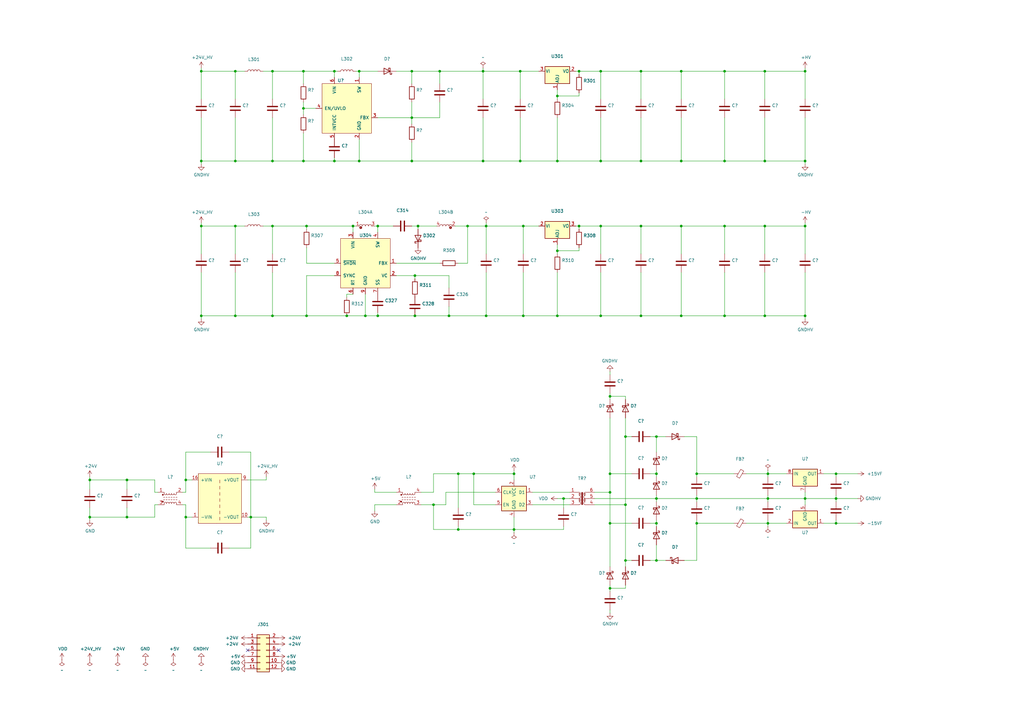
<source format=kicad_sch>
(kicad_sch (version 20211123) (generator eeschema)
  (paper "A3")
  (lib_symbols
    (symbol "Connector_Generic:Conn_02x06_Odd_Even" (pin_names (offset 1.016) hide)
      (property "Reference" "J" (at 1.27 7.62 0))
      (property "Value" "Conn_02x06_Odd_Even" (at 1.27 -10.16 0))
      (symbol "Conn_02x06_Odd_Even_1_1"
        (pin passive line (at -5.08 5.08 0) (length 3.81) (name "Pin_1") (number "1"))
        (pin passive line (at 7.62 -5.08 180) (length 3.81) (name "Pin_10") (number "10"))
        (pin passive line (at -5.08 -7.62 0) (length 3.81) (name "Pin_11") (number "11"))
        (pin passive line (at 7.62 -7.62 180) (length 3.81) (name "Pin_12") (number "12"))
        (pin passive line (at 7.62 5.08 180) (length 3.81) (name "Pin_2") (number "2"))
        (pin passive line (at -5.08 2.54 0) (length 3.81) (name "Pin_3") (number "3"))
        (pin passive line (at 7.62 2.54 180) (length 3.81) (name "Pin_4") (number "4"))
        (pin passive line (at -5.08 0 0) (length 3.81) (name "Pin_5") (number "5"))
        (pin passive line (at 7.62 0 180) (length 3.81) (name "Pin_6") (number "6"))
        (pin passive line (at -5.08 -2.54 0) (length 3.81) (name "Pin_7") (number "7"))
        (pin passive line (at 7.62 -2.54 180) (length 3.81) (name "Pin_8") (number "8"))
        (pin passive line (at -5.08 -5.08 0) (length 3.81) (name "Pin_9") (number "9"))
      )
    )
    (symbol "Device:C" (pin_numbers hide) (pin_names (offset 0.254))
      (property "Reference" "C" (at 0.635 2.54 0))
      (property "Value" "C" (at 0.635 -2.54 0))
      (symbol "C_1_1"
        (pin passive line (at 0 3.81 270) (length 2.794) (name "~") (number "1"))
        (pin passive line (at 0 -3.81 90) (length 2.794) (name "~") (number "2"))
      )
    )
    (symbol "Device:D_Schottky" (pin_numbers hide) (pin_names (offset 1.016) hide)
      (property "Reference" "D" (at 0 2.54 0))
      (property "Value" "D_Schottky" (at 0 -2.54 0))
      (symbol "D_Schottky_1_1"
        (pin passive line (at -3.81 0 0) (length 2.54) (name "K") (number "1"))
        (pin passive line (at 3.81 0 180) (length 2.54) (name "A") (number "2"))
      )
    )
    (symbol "Device:Ferrite_Bead_Small" (pin_numbers hide) (pin_names (offset 0))
      (property "Reference" "FB" (at 1.905 1.27 0))
      (property "Value" "Device_Ferrite_Bead_Small" (at 1.905 -1.27 0))
      (symbol "Ferrite_Bead_Small_1_1"
        (pin passive line (at 0 2.54 270) (length 1.27) (name "~") (number "1"))
        (pin passive line (at 0 -2.54 90) (length 1.27) (name "~") (number "2"))
      )
    )
    (symbol "Device:L" (pin_numbers hide) (pin_names (offset 1.016) hide)
      (property "Reference" "L" (at -1.27 0 90))
      (property "Value" "L" (at 1.905 0 90))
      (symbol "L_1_1"
        (pin passive line (at 0 3.81 270) (length 1.27) (name "1") (number "1"))
        (pin passive line (at 0 -3.81 90) (length 1.27) (name "2") (number "2"))
      )
    )
    (symbol "Device:L_Core_Ferrite_Coupled" (pin_names (offset 0.254) hide)
      (property "Reference" "L" (at 0 4.445 0))
      (property "Value" "Device_L_Core_Ferrite_Coupled" (at 0 -4.445 0))
      (symbol "L_Core_Ferrite_Coupled_1_1"
        (pin passive line (at -5.08 2.54 0) (length 2.54) (name "1") (number "1"))
        (pin passive line (at 5.08 2.54 180) (length 2.54) (name "2") (number "2"))
        (pin passive line (at -5.08 -2.54 0) (length 2.54) (name "3") (number "3"))
        (pin passive line (at 5.08 -2.54 180) (length 2.54) (name "4") (number "4"))
      )
    )
    (symbol "Device:L_Core_Ferrite_Coupled_1423" (pin_names (offset 0.254) hide)
      (property "Reference" "L" (at 0 4.445 0))
      (property "Value" "Device_L_Core_Ferrite_Coupled_1423" (at 0 -4.445 0))
      (symbol "L_Core_Ferrite_Coupled_1423_1_1"
        (pin passive line (at -5.08 2.54 0) (length 2.54) (name "1") (number "1"))
        (pin passive line (at -5.08 -2.54 0) (length 2.54) (name "2") (number "2"))
        (pin passive line (at 5.08 -2.54 180) (length 2.54) (name "3") (number "3"))
        (pin passive line (at 5.08 2.54 180) (length 2.54) (name "4") (number "4"))
      )
    )
    (symbol "Device:R" (pin_numbers hide) (pin_names (offset 0))
      (property "Reference" "R" (at 2.032 0 90))
      (property "Value" "R" (at 0 0 90))
      (symbol "R_1_1"
        (pin passive line (at 0 3.81 270) (length 1.27) (name "~") (number "1"))
        (pin passive line (at 0 -3.81 90) (length 1.27) (name "~") (number "2"))
      )
    )
    (symbol "Diode:MBR0530" (pin_numbers hide) (pin_names (offset 1.016) hide)
      (property "Reference" "D" (at 0 2.54 0))
      (property "Value" "MBR0530" (at 0 -2.54 0))
      (symbol "MBR0530_1_1"
        (pin passive line (at -3.81 0 0) (length 2.54) (name "K") (number "1"))
        (pin passive line (at 3.81 0 180) (length 2.54) (name "A") (number "2"))
      )
    )
    (symbol "ETH1CSMU1:+15VF" (power) (pin_names (offset 0))
      (property "Value" "+15VF" (at 0 3.556 0))
      (symbol "+15VF_1_1"
        (pin power_in line (at 0 0 90) (length 0) hide (name "+15VF") (number "1"))
      )
    )
    (symbol "ETH1CSMU1:+24V_HV" (power) (pin_names (offset 0))
      (property "Value" "+24V_HV" (at 0 3.556 0))
      (symbol "+24V_HV_1_1"
        (pin power_in line (at 0 0 90) (length 0) hide (name "+24V_HV") (number "1"))
      )
    )
    (symbol "ETH1CSMU1:+HV" (power) (pin_names (offset 0))
      (property "Value" "+HV" (at 0 3.556 0))
      (symbol "+HV_1_1"
        (pin power_in line (at 0 0 90) (length 0) hide (name "+HV") (number "1"))
      )
    )
    (symbol "ETH1CSMU1:-15VF" (power) (pin_names (offset 0))
      (property "Value" "-15VF" (at 0 3.556 0))
      (symbol "-15VF_1_1"
        (pin power_in line (at 0 0 90) (length 0) hide (name "-15VF") (number "1"))
      )
    )
    (symbol "ETH1CSMU1:-HV" (power) (pin_names (offset 0))
      (property "Value" "-HV" (at 0 3.556 0))
      (symbol "-HV_1_1"
        (pin power_in line (at 0 0 90) (length 0) hide (name "-HV") (number "1"))
      )
    )
    (symbol "ETH1CSMU1:GNDHV" (power) (pin_names (offset 0))
      (property "Value" "GNDHV" (at 0 -3.81 0))
      (symbol "GNDHV_1_1"
        (pin power_in line (at 0 0 270) (length 0) hide (name "GNDHV") (number "1"))
      )
    )
    (symbol "ETH1CSMU1:LT8330_S6" (pin_names (offset 1.016))
      (property "Reference" "U" (at 0 11.43 0))
      (property "Value" "LT8330_S6" (at 0 3.81 0))
      (symbol "LT8330_S6_1_1"
        (pin passive line (at 5.08 12.7 270) (length 2.54) (name "SW") (number "1"))
        (pin passive line (at 5.08 -12.7 90) (length 2.54) (name "GND") (number "2"))
        (pin passive line (at 12.7 -3.81 180) (length 2.54) (name "FBX") (number "3"))
        (pin passive line (at -12.7 0 0) (length 2.54) (name "EN/UVLO") (number "4"))
        (pin passive line (at -5.08 -12.7 90) (length 2.54) (name "INTVCC") (number "5"))
        (pin passive line (at -5.08 12.7 270) (length 2.54) (name "VIN") (number "6"))
      )
    )
    (symbol "ETH1CSMU1:LT8570_MS8E" (pin_names (offset 1.016))
      (property "Reference" "U" (at 0 11.43 0))
      (property "Value" "LT8570_MS8E" (at 0 3.81 0))
      (symbol "LT8570_MS8E_1_1"
        (pin input line (at 12.7 0 180) (length 2.54) (name "FBX") (number "1"))
        (pin input line (at 12.7 -5.08 180) (length 2.54) (name "VC") (number "2"))
        (pin passive line (at -5.08 12.7 270) (length 2.54) (name "VIN") (number "3"))
        (pin passive line (at 5.08 12.7 270) (length 2.54) (name "SW") (number "4"))
        (pin input line (at -12.7 0 0) (length 2.54) (name "~{SHDN}") (number "5"))
        (pin passive line (at -5.08 -12.7 90) (length 2.54) (name "RT") (number "6"))
        (pin passive line (at 5.08 -12.7 90) (length 2.54) (name "SS") (number "7"))
        (pin input line (at -12.7 -5.08 0) (length 2.54) (name "SYNC") (number "8"))
        (pin passive line (at 0 -12.7 90) (length 2.54) (name "GND") (number "9"))
      )
    )
    (symbol "ETH1CSMU1:MSD7342-124" (pin_names (offset 1.016))
      (property "Reference" "L" (at 0 5.08 0))
      (property "Value" "MSD7342-124" (at 0 2.54 0))
      (symbol "MSD7342-124_1_1"
        (pin passive line (at -3.81 0 0) (length 1.27) (name "~") (number "1"))
        (pin passive line (at 3.81 0 180) (length 1.27) (name "~") (number "3"))
      )
      (symbol "MSD7342-124_2_1"
        (pin passive line (at -3.81 0 0) (length 1.27) (name "~") (number "2"))
        (pin passive line (at 3.81 0 180) (length 1.27) (name "~") (number "4"))
      )
    )
    (symbol "ETH1CSMU1:TEL10-2415" (pin_names (offset 1.016))
      (property "Reference" "U" (at 0 13.97 0))
      (property "Value" "TEL10-2415" (at 0 11.43 0))
      (symbol "TEL10-2415_1_1"
        (pin passive line (at -11.43 -7.62 0) (length 2.54) (name "-VIN") (number "1"))
        (pin passive line (at 11.43 -7.62 180) (length 2.54) (name "-VOUT") (number "10"))
        (pin passive line (at -11.43 7.62 0) (length 2.54) (name "+VIN") (number "16"))
        (pin passive line (at 11.43 7.62 180) (length 2.54) (name "+VOUT") (number "9"))
      )
    )
    (symbol "Power_Management:SN6505BDBV"
      (property "Reference" "U" (at -5.08 6.35 0))
      (property "Value" "SN6505BDBV" (at 7.62 6.35 0))
      (symbol "SN6505BDBV_1_1"
        (pin open_collector line (at 7.62 2.54 180) (length 2.54) (name "D1") (number "1"))
        (pin power_in line (at 0 7.62 270) (length 2.54) (name "VCC") (number "2"))
        (pin open_collector line (at 7.62 -2.54 180) (length 2.54) (name "D2") (number "3"))
        (pin power_in line (at 0 -7.62 90) (length 2.54) (name "GND") (number "4"))
        (pin input line (at -7.62 -2.54 0) (length 2.54) (name "EN") (number "5"))
        (pin input line (at -7.62 2.54 0) (length 2.54) (name "CLK") (number "6"))
      )
    )
    (symbol "Regulator_Linear:L78L15_SO8" (pin_names (offset 0.254))
      (property "Reference" "U" (at -3.81 3.175 0))
      (property "Value" "L78L15_SO8" (at 0 3.175 0))
      (symbol "L78L15_SO8_1_1"
        (pin power_out line (at 7.62 0 180) (length 2.54) (name "OUT") (number "1"))
        (pin passive line (at 0 -7.62 90) (length 2.54) hide (name "GND") (number "2"))
        (pin passive line (at 0 -7.62 90) (length 2.54) hide (name "GND") (number "3"))
        (pin no_connect line (at -5.08 -2.54 0) (length 2.54) hide (name "NC") (number "4"))
        (pin no_connect line (at 5.08 -2.54 180) (length 2.54) hide (name "NC") (number "5"))
        (pin passive line (at 0 -7.62 90) (length 2.54) hide (name "GND") (number "6"))
        (pin power_in line (at 0 -7.62 90) (length 2.54) (name "GND") (number "7"))
        (pin power_in line (at -7.62 0 0) (length 2.54) (name "IN") (number "8"))
      )
    )
    (symbol "Regulator_Linear:L79L15_SO8" (pin_names (offset 0.254))
      (property "Reference" "U" (at -3.81 -3.175 0))
      (property "Value" "L79L15_SO8" (at 0 -3.175 0))
      (symbol "L79L15_SO8_1_1"
        (pin power_out line (at 7.62 0 180) (length 2.54) (name "OUT") (number "1"))
        (pin power_in line (at -7.62 0 0) (length 2.54) (name "IN") (number "2"))
        (pin passive line (at -7.62 0 0) (length 2.54) hide (name "IN") (number "3"))
        (pin no_connect line (at 7.62 2.54 180) (length 2.54) hide (name "NC") (number "4"))
        (pin power_in line (at 0 7.62 270) (length 2.54) (name "GND") (number "5"))
        (pin passive line (at -7.62 0 0) (length 2.54) hide (name "IN") (number "6"))
        (pin passive line (at -7.62 0 0) (length 2.54) hide (name "IN") (number "7"))
        (pin no_connect line (at -7.62 2.54 0) (length 2.54) hide (name "NC") (number "8"))
      )
    )
    (symbol "Regulator_Linear:LM317_TO-263" (pin_names (offset 0.254))
      (property "Reference" "U" (at -3.81 3.175 0))
      (property "Value" "LM317_TO-263" (at 0 3.175 0))
      (symbol "LM317_TO-263_1_1"
        (pin input line (at 0 -7.62 90) (length 2.54) (name "ADJ") (number "1"))
        (pin power_out line (at 7.62 0 180) (length 2.54) (name "VO") (number "2"))
        (pin power_in line (at -7.62 0 0) (length 2.54) (name "VI") (number "3"))
      )
    )
    (symbol "Regulator_Linear:LM337_TO263" (pin_names (offset 0.254))
      (property "Reference" "U" (at -3.81 -3.175 0))
      (property "Value" "LM337_TO263" (at 0 -3.175 0))
      (symbol "LM337_TO263_1_1"
        (pin input line (at 0 7.62 270) (length 2.54) (name "ADJ") (number "1"))
        (pin power_in line (at -7.62 0 0) (length 2.54) (name "VI") (number "2"))
        (pin power_out line (at 7.62 0 180) (length 2.54) (name "VO") (number "3"))
      )
    )
    (symbol "Transformer:Wuerth_750315371"
      (property "Reference" "TR" (at 0 5.08 0))
      (property "Value" "Wuerth_750315371" (at 0 -5.08 0))
      (symbol "Wuerth_750315371_1_1"
        (pin passive line (at -5.08 2.54 0) (length 2.54) (name "~") (number "1"))
        (pin passive line (at -5.08 0 0) (length 2.54) (name "~") (number "2"))
        (pin passive line (at -5.08 -2.54 0) (length 2.54) (name "~") (number "3"))
        (pin passive line (at 5.08 -2.54 180) (length 2.54) (name "~") (number "4"))
        (pin passive line (at 5.08 0 180) (length 2.54) (name "~") (number "5"))
        (pin passive line (at 5.08 2.54 180) (length 2.54) (name "~") (number "6"))
      )
    )
    (symbol "power:+24V" (power) (pin_names (offset 0))
      (property "Value" "+24V" (at 0 3.556 0))
      (symbol "+24V_1_1"
        (pin power_in line (at 0 0 90) (length 0) hide (name "+24V") (number "1"))
      )
    )
    (symbol "power:+5V" (power) (pin_names (offset 0))
      (property "Value" "+5V" (at 0 3.556 0))
      (symbol "+5V_1_1"
        (pin power_in line (at 0 0 90) (length 0) hide (name "+5V") (number "1"))
      )
    )
    (symbol "power:GND" (power) (pin_names (offset 0))
      (property "Value" "GND" (at 0 -3.81 0))
      (symbol "GND_1_1"
        (pin power_in line (at 0 0 270) (length 0) hide (name "GND") (number "1"))
      )
    )
    (symbol "power:PWR_FLAG" (power) (pin_numbers hide) (pin_names (offset 0) hide)
      (property "Value" "PWR_FLAG" (at 0 3.81 0))
      (symbol "PWR_FLAG_0_0"
        (pin power_out line (at 0 0 90) (length 0) (name "pwr") (number "1"))
      )
    )
    (symbol "power:VDD" (power) (pin_names (offset 0))
      (property "Value" "VDD" (at 0 3.81 0))
      (symbol "VDD_1_1"
        (pin power_in line (at 0 0 90) (length 0) hide (name "VDD") (number "1"))
      )
    )
  )
  (junction (at 137.16 66.04))
  (junction (at 250.19 194.31))
  (junction (at 170.18 129.54))
  (junction (at 279.4 129.54))
  (junction (at 228.6 66.04))
  (junction (at 168.91 66.04))
  (junction (at 285.75 204.47))
  (junction (at 250.19 241.3))
  (junction (at 297.18 29.21))
  (junction (at 96.52 66.04))
  (junction (at 199.39 92.71))
  (junction (at 342.9 214.63))
  (junction (at 147.32 29.21))
  (junction (at 285.75 214.63))
  (junction (at 198.12 66.04))
  (junction (at 198.12 29.21))
  (junction (at 313.69 66.04))
  (junction (at 262.89 29.21))
  (junction (at 262.89 66.04))
  (junction (at 199.39 129.54))
  (junction (at 177.8 207.01))
  (junction (at 111.76 129.54))
  (junction (at 228.6 102.87))
  (junction (at 214.63 129.54))
  (junction (at 82.55 66.04))
  (junction (at 82.55 29.21))
  (junction (at 76.2 196.85))
  (junction (at 111.76 92.71))
  (junction (at 214.63 92.71))
  (junction (at 279.4 92.71))
  (junction (at 330.2 204.47))
  (junction (at 250.19 162.56))
  (junction (at 210.82 217.17))
  (junction (at 314.96 214.63))
  (junction (at 313.69 29.21))
  (junction (at 330.2 29.21))
  (junction (at 149.86 129.54))
  (junction (at 154.94 129.54))
  (junction (at 111.76 66.04))
  (junction (at 237.49 92.71))
  (junction (at 144.78 92.71))
  (junction (at 269.24 214.63))
  (junction (at 52.07 196.85))
  (junction (at 330.2 66.04))
  (junction (at 187.96 194.31))
  (junction (at 213.36 66.04))
  (junction (at 256.54 207.01))
  (junction (at 168.91 29.21))
  (junction (at 187.96 217.17))
  (junction (at 52.07 212.09))
  (junction (at 76.2 212.09))
  (junction (at 96.52 29.21))
  (junction (at 102.87 212.09))
  (junction (at 96.52 129.54))
  (junction (at 250.19 201.93))
  (junction (at 269.24 179.07))
  (junction (at 180.34 29.21))
  (junction (at 191.77 92.71))
  (junction (at 297.18 92.71))
  (junction (at 231.14 204.47))
  (junction (at 246.38 66.04))
  (junction (at 82.55 129.54))
  (junction (at 213.36 29.21))
  (junction (at 137.16 29.21))
  (junction (at 125.73 129.54))
  (junction (at 246.38 129.54))
  (junction (at 313.69 129.54))
  (junction (at 246.38 92.71))
  (junction (at 285.75 194.31))
  (junction (at 262.89 92.71))
  (junction (at 36.83 196.85))
  (junction (at 111.76 29.21))
  (junction (at 269.24 229.87))
  (junction (at 279.4 66.04))
  (junction (at 36.83 212.09))
  (junction (at 256.54 179.07))
  (junction (at 168.91 48.26))
  (junction (at 246.38 29.21))
  (junction (at 228.6 129.54))
  (junction (at 314.96 194.31))
  (junction (at 124.46 66.04))
  (junction (at 269.24 194.31))
  (junction (at 125.73 92.71))
  (junction (at 297.18 66.04))
  (junction (at 330.2 129.54))
  (junction (at 228.6 39.37))
  (junction (at 262.89 129.54))
  (junction (at 210.82 194.31))
  (junction (at 279.4 29.21))
  (junction (at 184.15 129.54))
  (junction (at 147.32 66.04))
  (junction (at 250.19 214.63))
  (junction (at 342.9 204.47))
  (junction (at 314.96 204.47))
  (junction (at 142.24 129.54))
  (junction (at 330.2 92.71))
  (junction (at 297.18 129.54))
  (junction (at 342.9 194.31))
  (junction (at 313.69 92.71))
  (junction (at 171.45 92.71))
  (junction (at 154.94 92.71))
  (junction (at 96.52 92.71))
  (junction (at 237.49 29.21))
  (junction (at 82.55 92.71))
  (junction (at 194.31 194.31))
  (junction (at 124.46 29.21))
  (junction (at 256.54 229.87))
  (junction (at 269.24 204.47))
  (junction (at 124.46 44.45))
  (junction (at 170.18 113.03))
  (no_connect (at 114.3 266.7))
  (no_connect (at 101.6 266.7))
  (wire (pts (xy 198.12 66.04) (xy 198.12 48.26)))
  (wire (pts (xy 109.22 212.09) (xy 109.22 213.36)))
  (wire (pts (xy 330.2 129.54) (xy 313.69 129.54)))
  (wire (pts (xy 314.96 194.31) (xy 322.58 194.31)))
  (wire (pts (xy 82.55 92.71) (xy 82.55 104.14)))
  (wire (pts (xy 93.98 224.79) (xy 102.87 224.79)))
  (wire (pts (xy 64.77 207.01) (xy 63.5 207.01)))
  (wire (pts (xy 228.6 39.37) (xy 228.6 40.64)))
  (wire (pts (xy 330.2 27.94) (xy 330.2 29.21)))
  (wire (pts (xy 177.8 207.01) (xy 182.88 207.01)))
  (wire (pts (xy 170.18 114.3) (xy 170.18 113.03)))
  (wire (pts (xy 243.84 201.93) (xy 250.19 201.93)))
  (wire (pts (xy 124.46 29.21) (xy 124.46 34.29)))
  (wire (pts (xy 314.96 204.47) (xy 330.2 204.47)))
  (wire (pts (xy 86.36 224.79) (xy 76.2 224.79)))
  (wire (pts (xy 102.87 212.09) (xy 109.22 212.09)))
  (wire (pts (xy 177.8 194.31) (xy 187.96 194.31)))
  (wire (pts (xy 314.96 193.04) (xy 314.96 194.31)))
  (wire (pts (xy 199.39 104.14) (xy 199.39 92.71)))
  (wire (pts (xy 107.95 92.71) (xy 111.76 92.71)))
  (wire (pts (xy 250.19 242.57) (xy 250.19 241.3)))
  (wire (pts (xy 297.18 66.04) (xy 313.69 66.04)))
  (wire (pts (xy 36.83 195.58) (xy 36.83 196.85)))
  (wire (pts (xy 125.73 101.6) (xy 125.73 107.95)))
  (wire (pts (xy 111.76 129.54) (xy 125.73 129.54)))
  (wire (pts (xy 213.36 29.21) (xy 220.98 29.21)))
  (wire (pts (xy 269.24 204.47) (xy 269.24 203.2)))
  (wire (pts (xy 337.82 214.63) (xy 342.9 214.63)))
  (wire (pts (xy 250.19 214.63) (xy 250.19 201.93)))
  (wire (pts (xy 82.55 27.94) (xy 82.55 29.21)))
  (wire (pts (xy 285.75 203.2) (xy 285.75 204.47)))
  (wire (pts (xy 285.75 204.47) (xy 314.96 204.47)))
  (wire (pts (xy 285.75 204.47) (xy 285.75 205.74)))
  (wire (pts (xy 269.24 229.87) (xy 269.24 223.52)))
  (wire (pts (xy 273.05 179.07) (xy 269.24 179.07)))
  (wire (pts (xy 82.55 66.04) (xy 96.52 66.04)))
  (wire (pts (xy 228.6 48.26) (xy 228.6 66.04)))
  (wire (pts (xy 210.82 212.09) (xy 210.82 217.17)))
  (wire (pts (xy 256.54 162.56) (xy 250.19 162.56)))
  (wire (pts (xy 138.43 29.21) (xy 137.16 29.21)))
  (wire (pts (xy 279.4 104.14) (xy 279.4 92.71)))
  (wire (pts (xy 313.69 29.21) (xy 297.18 29.21)))
  (wire (pts (xy 147.32 66.04) (xy 168.91 66.04)))
  (wire (pts (xy 162.56 29.21) (xy 168.91 29.21)))
  (wire (pts (xy 246.38 104.14) (xy 246.38 92.71)))
  (wire (pts (xy 256.54 179.07) (xy 256.54 171.45)))
  (wire (pts (xy 168.91 66.04) (xy 198.12 66.04)))
  (wire (pts (xy 199.39 92.71) (xy 191.77 92.71)))
  (wire (pts (xy 246.38 129.54) (xy 262.89 129.54)))
  (wire (pts (xy 256.54 207.01) (xy 256.54 229.87)))
  (wire (pts (xy 262.89 104.14) (xy 262.89 92.71)))
  (wire (pts (xy 269.24 179.07) (xy 269.24 185.42)))
  (wire (pts (xy 306.07 194.31) (xy 314.96 194.31)))
  (wire (pts (xy 314.96 215.9) (xy 314.96 214.63)))
  (wire (pts (xy 262.89 40.64) (xy 262.89 29.21)))
  (wire (pts (xy 171.45 93.98) (xy 171.45 92.71)))
  (wire (pts (xy 228.6 111.76) (xy 228.6 129.54)))
  (wire (pts (xy 182.88 207.01) (xy 182.88 201.93)))
  (wire (pts (xy 297.18 29.21) (xy 279.4 29.21)))
  (wire (pts (xy 187.96 194.31) (xy 187.96 208.28)))
  (wire (pts (xy 259.08 214.63) (xy 250.19 214.63)))
  (wire (pts (xy 237.49 38.1) (xy 237.49 39.37)))
  (wire (pts (xy 153.67 201.93) (xy 153.67 200.66)))
  (wire (pts (xy 237.49 102.87) (xy 228.6 102.87)))
  (wire (pts (xy 129.54 44.45) (xy 124.46 44.45)))
  (wire (pts (xy 198.12 66.04) (xy 213.36 66.04)))
  (wire (pts (xy 82.55 111.76) (xy 82.55 129.54)))
  (wire (pts (xy 111.76 66.04) (xy 124.46 66.04)))
  (wire (pts (xy 64.77 201.93) (xy 63.5 201.93)))
  (wire (pts (xy 147.32 29.21) (xy 154.94 29.21)))
  (wire (pts (xy 322.58 214.63) (xy 314.96 214.63)))
  (wire (pts (xy 111.76 48.26) (xy 111.76 66.04)))
  (wire (pts (xy 180.34 48.26) (xy 168.91 48.26)))
  (wire (pts (xy 250.19 152.4) (xy 250.19 153.67)))
  (wire (pts (xy 330.2 66.04) (xy 330.2 48.26)))
  (wire (pts (xy 256.54 229.87) (xy 259.08 229.87)))
  (wire (pts (xy 36.83 212.09) (xy 36.83 208.28)))
  (wire (pts (xy 228.6 102.87) (xy 228.6 104.14)))
  (wire (pts (xy 168.91 48.26) (xy 168.91 41.91)))
  (wire (pts (xy 218.44 207.01) (xy 233.68 207.01)))
  (wire (pts (xy 96.52 29.21) (xy 100.33 29.21)))
  (wire (pts (xy 52.07 200.66) (xy 52.07 196.85)))
  (wire (pts (xy 210.82 194.31) (xy 210.82 196.85)))
  (wire (pts (xy 111.76 111.76) (xy 111.76 129.54)))
  (wire (pts (xy 285.75 229.87) (xy 285.75 214.63)))
  (wire (pts (xy 198.12 40.64) (xy 198.12 29.21)))
  (wire (pts (xy 313.69 129.54) (xy 297.18 129.54)))
  (wire (pts (xy 82.55 48.26) (xy 82.55 66.04)))
  (wire (pts (xy 125.73 113.03) (xy 125.73 129.54)))
  (wire (pts (xy 330.2 201.93) (xy 330.2 204.47)))
  (wire (pts (xy 246.38 40.64) (xy 246.38 29.21)))
  (wire (pts (xy 285.75 194.31) (xy 300.99 194.31)))
  (wire (pts (xy 172.72 201.93) (xy 177.8 201.93)))
  (wire (pts (xy 237.49 30.48) (xy 237.49 29.21)))
  (wire (pts (xy 262.89 66.04) (xy 279.4 66.04)))
  (wire (pts (xy 314.96 205.74) (xy 314.96 204.47)))
  (wire (pts (xy 172.72 207.01) (xy 177.8 207.01)))
  (wire (pts (xy 266.7 179.07) (xy 269.24 179.07)))
  (wire (pts (xy 269.24 213.36) (xy 269.24 214.63)))
  (wire (pts (xy 144.78 92.71) (xy 125.73 92.71)))
  (wire (pts (xy 279.4 40.64) (xy 279.4 29.21)))
  (wire (pts (xy 187.96 217.17) (xy 210.82 217.17)))
  (wire (pts (xy 228.6 100.33) (xy 228.6 102.87)))
  (wire (pts (xy 280.67 229.87) (xy 285.75 229.87)))
  (wire (pts (xy 198.12 29.21) (xy 213.36 29.21)))
  (wire (pts (xy 82.55 92.71) (xy 96.52 92.71)))
  (wire (pts (xy 269.24 205.74) (xy 269.24 204.47)))
  (wire (pts (xy 154.94 48.26) (xy 168.91 48.26)))
  (wire (pts (xy 146.05 92.71) (xy 144.78 92.71)))
  (wire (pts (xy 147.32 57.15) (xy 147.32 66.04)))
  (wire (pts (xy 36.83 196.85) (xy 36.83 200.66)))
  (wire (pts (xy 330.2 204.47) (xy 342.9 204.47)))
  (wire (pts (xy 233.68 201.93) (xy 218.44 201.93)))
  (wire (pts (xy 76.2 185.42) (xy 76.2 196.85)))
  (wire (pts (xy 111.76 92.71) (xy 125.73 92.71)))
  (wire (pts (xy 285.75 213.36) (xy 285.75 214.63)))
  (wire (pts (xy 213.36 40.64) (xy 213.36 29.21)))
  (wire (pts (xy 279.4 129.54) (xy 262.89 129.54)))
  (wire (pts (xy 228.6 204.47) (xy 231.14 204.47)))
  (wire (pts (xy 314.96 203.2) (xy 314.96 204.47)))
  (wire (pts (xy 109.22 195.58) (xy 109.22 196.85)))
  (wire (pts (xy 213.36 66.04) (xy 228.6 66.04)))
  (wire (pts (xy 199.39 91.44) (xy 199.39 92.71)))
  (wire (pts (xy 279.4 92.71) (xy 297.18 92.71)))
  (wire (pts (xy 330.2 104.14) (xy 330.2 92.71)))
  (wire (pts (xy 231.14 204.47) (xy 233.68 204.47)))
  (wire (pts (xy 63.5 207.01) (xy 63.5 212.09)))
  (wire (pts (xy 210.82 218.44) (xy 210.82 217.17)))
  (wire (pts (xy 256.54 207.01) (xy 256.54 179.07)))
  (wire (pts (xy 52.07 196.85) (xy 36.83 196.85)))
  (wire (pts (xy 102.87 212.09) (xy 101.6 212.09)))
  (wire (pts (xy 124.46 66.04) (xy 137.16 66.04)))
  (wire (pts (xy 266.7 229.87) (xy 269.24 229.87)))
  (wire (pts (xy 184.15 129.54) (xy 184.15 125.73)))
  (wire (pts (xy 180.34 41.91) (xy 180.34 48.26)))
  (wire (pts (xy 342.9 214.63) (xy 342.9 213.36)))
  (wire (pts (xy 82.55 130.81) (xy 82.55 129.54)))
  (wire (pts (xy 330.2 130.81) (xy 330.2 129.54)))
  (wire (pts (xy 154.94 92.71) (xy 153.67 92.71)))
  (wire (pts (xy 124.46 29.21) (xy 137.16 29.21)))
  (wire (pts (xy 137.16 66.04) (xy 147.32 66.04)))
  (wire (pts (xy 237.49 101.6) (xy 237.49 102.87)))
  (wire (pts (xy 269.24 195.58) (xy 269.24 194.31)))
  (wire (pts (xy 262.89 129.54) (xy 262.89 111.76)))
  (wire (pts (xy 237.49 92.71) (xy 246.38 92.71)))
  (wire (pts (xy 124.46 44.45) (xy 124.46 46.99)))
  (wire (pts (xy 82.55 67.31) (xy 82.55 66.04)))
  (wire (pts (xy 297.18 104.14) (xy 297.18 92.71)))
  (wire (pts (xy 102.87 185.42) (xy 102.87 212.09)))
  (wire (pts (xy 142.24 120.65) (xy 144.78 120.65)))
  (wire (pts (xy 330.2 40.64) (xy 330.2 29.21)))
  (wire (pts (xy 187.96 107.95) (xy 191.77 107.95)))
  (wire (pts (xy 313.69 66.04) (xy 330.2 66.04)))
  (wire (pts (xy 243.84 204.47) (xy 269.24 204.47)))
  (wire (pts (xy 262.89 92.71) (xy 279.4 92.71)))
  (wire (pts (xy 76.2 212.09) (xy 78.74 212.09)))
  (wire (pts (xy 273.05 229.87) (xy 269.24 229.87)))
  (wire (pts (xy 76.2 196.85) (xy 78.74 196.85)))
  (wire (pts (xy 330.2 129.54) (xy 330.2 111.76)))
  (wire (pts (xy 269.24 194.31) (xy 269.24 193.04)))
  (wire (pts (xy 246.38 48.26) (xy 246.38 66.04)))
  (wire (pts (xy 297.18 129.54) (xy 297.18 111.76)))
  (wire (pts (xy 96.52 129.54) (xy 96.52 111.76)))
  (wire (pts (xy 179.07 92.71) (xy 171.45 92.71)))
  (wire (pts (xy 214.63 92.71) (xy 220.98 92.71)))
  (wire (pts (xy 96.52 104.14) (xy 96.52 92.71)))
  (wire (pts (xy 199.39 129.54) (xy 199.39 111.76)))
  (wire (pts (xy 147.32 31.75) (xy 147.32 29.21)))
  (wire (pts (xy 144.78 95.25) (xy 144.78 92.71)))
  (wire (pts (xy 330.2 91.44) (xy 330.2 92.71)))
  (wire (pts (xy 182.88 201.93) (xy 203.2 201.93)))
  (wire (pts (xy 250.19 232.41) (xy 250.19 214.63)))
  (wire (pts (xy 102.87 224.79) (xy 102.87 212.09)))
  (wire (pts (xy 96.52 66.04) (xy 96.52 48.26)))
  (wire (pts (xy 250.19 251.46) (xy 250.19 250.19)))
  (wire (pts (xy 96.52 129.54) (xy 111.76 129.54)))
  (wire (pts (xy 171.45 92.71) (xy 168.91 92.71)))
  (wire (pts (xy 279.4 66.04) (xy 279.4 48.26)))
  (wire (pts (xy 63.5 212.09) (xy 52.07 212.09)))
  (wire (pts (xy 214.63 129.54) (xy 228.6 129.54)))
  (wire (pts (xy 262.89 66.04) (xy 262.89 48.26)))
  (wire (pts (xy 285.75 204.47) (xy 269.24 204.47)))
  (wire (pts (xy 256.54 179.07) (xy 259.08 179.07)))
  (wire (pts (xy 297.18 129.54) (xy 279.4 129.54)))
  (wire (pts (xy 256.54 241.3) (xy 256.54 240.03)))
  (wire (pts (xy 107.95 29.21) (xy 111.76 29.21)))
  (wire (pts (xy 154.94 128.27) (xy 154.94 129.54)))
  (wire (pts (xy 184.15 129.54) (xy 199.39 129.54)))
  (wire (pts (xy 142.24 121.92) (xy 142.24 120.65)))
  (wire (pts (xy 76.2 207.01) (xy 76.2 212.09)))
  (wire (pts (xy 177.8 201.93) (xy 177.8 194.31)))
  (wire (pts (xy 153.67 209.55) (xy 153.67 207.01)))
  (wire (pts (xy 250.19 161.29) (xy 250.19 162.56)))
  (wire (pts (xy 231.14 208.28) (xy 231.14 204.47)))
  (wire (pts (xy 168.91 66.04) (xy 168.91 58.42)))
  (wire (pts (xy 180.34 34.29) (xy 180.34 29.21)))
  (wire (pts (xy 125.73 129.54) (xy 142.24 129.54)))
  (wire (pts (xy 187.96 215.9) (xy 187.96 217.17)))
  (wire (pts (xy 111.76 29.21) (xy 124.46 29.21)))
  (wire (pts (xy 250.19 241.3) (xy 256.54 241.3)))
  (wire (pts (xy 101.6 196.85) (xy 109.22 196.85)))
  (wire (pts (xy 237.49 39.37) (xy 228.6 39.37)))
  (wire (pts (xy 285.75 195.58) (xy 285.75 194.31)))
  (wire (pts (xy 76.2 224.79) (xy 76.2 212.09)))
  (wire (pts (xy 237.49 29.21) (xy 236.22 29.21)))
  (wire (pts (xy 184.15 118.11) (xy 184.15 113.03)))
  (wire (pts (xy 96.52 92.71) (xy 100.33 92.71)))
  (wire (pts (xy 237.49 93.98) (xy 237.49 92.71)))
  (wire (pts (xy 297.18 40.64) (xy 297.18 29.21)))
  (wire (pts (xy 250.19 194.31) (xy 250.19 171.45)))
  (wire (pts (xy 82.55 29.21) (xy 96.52 29.21)))
  (wire (pts (xy 168.91 34.29) (xy 168.91 29.21)))
  (wire (pts (xy 137.16 31.75) (xy 137.16 29.21)))
  (wire (pts (xy 342.9 205.74) (xy 342.9 204.47)))
  (wire (pts (xy 285.75 179.07) (xy 285.75 194.31)))
  (wire (pts (xy 203.2 207.01) (xy 194.31 207.01)))
  (wire (pts (xy 250.19 240.03) (xy 250.19 241.3)))
  (wire (pts (xy 187.96 194.31) (xy 194.31 194.31)))
  (wire (pts (xy 76.2 201.93) (xy 76.2 196.85)))
  (wire (pts (xy 246.38 92.71) (xy 262.89 92.71)))
  (wire (pts (xy 198.12 27.94) (xy 198.12 29.21)))
  (wire (pts (xy 63.5 201.93) (xy 63.5 196.85)))
  (wire (pts (xy 154.94 129.54) (xy 170.18 129.54)))
  (wire (pts (xy 250.19 201.93) (xy 250.19 194.31)))
  (wire (pts (xy 168.91 29.21) (xy 180.34 29.21)))
  (wire (pts (xy 297.18 66.04) (xy 297.18 48.26)))
  (wire (pts (xy 177.8 207.01) (xy 177.8 217.17)))
  (wire (pts (xy 74.93 207.01) (xy 76.2 207.01)))
  (wire (pts (xy 194.31 194.31) (xy 210.82 194.31)))
  (wire (pts (xy 86.36 185.42) (xy 76.2 185.42)))
  (wire (pts (xy 82.55 129.54) (xy 96.52 129.54)))
  (wire (pts (xy 153.67 201.93) (xy 162.56 201.93)))
  (wire (pts (xy 162.56 113.03) (xy 170.18 113.03)))
  (wire (pts (xy 111.76 29.21) (xy 111.76 40.64)))
  (wire (pts (xy 351.79 194.31) (xy 342.9 194.31)))
  (wire (pts (xy 342.9 194.31) (xy 337.82 194.31)))
  (wire (pts (xy 246.38 111.76) (xy 246.38 129.54)))
  (wire (pts (xy 266.7 194.31) (xy 269.24 194.31)))
  (wire (pts (xy 147.32 29.21) (xy 146.05 29.21)))
  (wire (pts (xy 96.52 40.64) (xy 96.52 29.21)))
  (wire (pts (xy 342.9 195.58) (xy 342.9 194.31)))
  (wire (pts (xy 228.6 36.83) (xy 228.6 39.37)))
  (wire (pts (xy 191.77 107.95) (xy 191.77 92.71)))
  (wire (pts (xy 330.2 207.01) (xy 330.2 204.47)))
  (wire (pts (xy 250.19 194.31) (xy 259.08 194.31)))
  (wire (pts (xy 228.6 129.54) (xy 246.38 129.54)))
  (wire (pts (xy 256.54 163.83) (xy 256.54 162.56)))
  (wire (pts (xy 199.39 129.54) (xy 214.63 129.54)))
  (wire (pts (xy 149.86 129.54) (xy 154.94 129.54)))
  (wire (pts (xy 63.5 196.85) (xy 52.07 196.85)))
  (wire (pts (xy 314.96 214.63) (xy 314.96 213.36)))
  (wire (pts (xy 210.82 217.17) (xy 231.14 217.17)))
  (wire (pts (xy 313.69 66.04) (xy 313.69 48.26)))
  (wire (pts (xy 154.94 95.25) (xy 154.94 92.71)))
  (wire (pts (xy 297.18 92.71) (xy 313.69 92.71)))
  (wire (pts (xy 246.38 66.04) (xy 262.89 66.04)))
  (wire (pts (xy 199.39 92.71) (xy 214.63 92.71)))
  (wire (pts (xy 124.46 41.91) (xy 124.46 44.45)))
  (wire (pts (xy 237.49 29.21) (xy 246.38 29.21)))
  (wire (pts (xy 351.79 204.47) (xy 342.9 204.47)))
  (wire (pts (xy 214.63 129.54) (xy 214.63 111.76)))
  (wire (pts (xy 191.77 92.71) (xy 186.69 92.71)))
  (wire (pts (xy 231.14 217.17) (xy 231.14 215.9)))
  (wire (pts (xy 125.73 107.95) (xy 137.16 107.95)))
  (wire (pts (xy 124.46 54.61) (xy 124.46 66.04)))
  (wire (pts (xy 125.73 92.71) (xy 125.73 93.98)))
  (wire (pts (xy 96.52 66.04) (xy 111.76 66.04)))
  (wire (pts (xy 246.38 29.21) (xy 262.89 29.21)))
  (wire (pts (xy 330.2 29.21) (xy 313.69 29.21)))
  (wire (pts (xy 210.82 193.04) (xy 210.82 194.31)))
  (wire (pts (xy 177.8 217.17) (xy 187.96 217.17)))
  (wire (pts (xy 153.67 207.01) (xy 162.56 207.01)))
  (wire (pts (xy 82.55 29.21) (xy 82.55 40.64)))
  (wire (pts (xy 52.07 212.09) (xy 36.83 212.09)))
  (wire (pts (xy 111.76 92.71) (xy 111.76 104.14)))
  (wire (pts (xy 214.63 104.14) (xy 214.63 92.71)))
  (wire (pts (xy 168.91 50.8) (xy 168.91 48.26)))
  (wire (pts (xy 243.84 207.01) (xy 256.54 207.01)))
  (wire (pts (xy 36.83 213.36) (xy 36.83 212.09)))
  (wire (pts (xy 149.86 120.65) (xy 149.86 129.54)))
  (wire (pts (xy 269.24 214.63) (xy 266.7 214.63)))
  (wire (pts (xy 351.79 214.63) (xy 342.9 214.63)))
  (wire (pts (xy 279.4 129.54) (xy 279.4 111.76)))
  (wire (pts (xy 161.29 92.71) (xy 154.94 92.71)))
  (wire (pts (xy 142.24 129.54) (xy 149.86 129.54)))
  (wire (pts (xy 213.36 66.04) (xy 213.36 48.26)))
  (wire (pts (xy 180.34 107.95) (xy 162.56 107.95)))
  (wire (pts (xy 256.54 232.41) (xy 256.54 229.87)))
  (wire (pts (xy 170.18 113.03) (xy 184.15 113.03)))
  (wire (pts (xy 313.69 129.54) (xy 313.69 111.76)))
  (wire (pts (xy 269.24 214.63) (xy 269.24 215.9)))
  (wire (pts (xy 313.69 104.14) (xy 313.69 92.71)))
  (wire (pts (xy 279.4 66.04) (xy 297.18 66.04)))
  (wire (pts (xy 250.19 162.56) (xy 250.19 163.83)))
  (wire (pts (xy 313.69 92.71) (xy 330.2 92.71)))
  (wire (pts (xy 280.67 179.07) (xy 285.75 179.07)))
  (wire (pts (xy 279.4 29.21) (xy 262.89 29.21)))
  (wire (pts (xy 137.16 66.04) (xy 137.16 64.77)))
  (wire (pts (xy 285.75 214.63) (xy 300.99 214.63)))
  (wire (pts (xy 313.69 40.64) (xy 313.69 29.21)))
  (wire (pts (xy 180.34 29.21) (xy 198.12 29.21)))
  (wire (pts (xy 137.16 113.03) (xy 125.73 113.03)))
  (wire (pts (xy 194.31 207.01) (xy 194.31 194.31)))
  (wire (pts (xy 93.98 185.42) (xy 102.87 185.42)))
  (wire (pts (xy 342.9 204.47) (xy 342.9 203.2)))
  (wire (pts (xy 74.93 201.93) (xy 76.2 201.93)))
  (wire (pts (xy 170.18 129.54) (xy 184.15 129.54)))
  (wire (pts (xy 236.22 92.71) (xy 237.49 92.71)))
  (wire (pts (xy 330.2 67.31) (xy 330.2 66.04)))
  (wire (pts (xy 52.07 208.28) (xy 52.07 212.09)))
  (wire (pts (xy 306.07 214.63) (xy 314.96 214.63)))
  (wire (pts (xy 82.55 91.44) (xy 82.55 92.71)))
  (wire (pts (xy 314.96 195.58) (xy 314.96 194.31)))
  (wire (pts (xy 228.6 66.04) (xy 246.38 66.04)))
  (symbol (lib_id "Power_Management:SN6505BDBV") (at 210.82 204.47 0) (unit 1)
    (property "Reference" "U?" (at 218.44 195.58 0))
    (property "Datasheet" "http://www.ti.com/lit/ds/symlink/sn6505b.pdf" (effects hide))
  )
  (symbol (lib_id "Transformer:Wuerth_750315371") (at 238.76 204.47 0) (unit 1)
    (property "Reference" "TR?" (at 238.76 196.215 0))
    (property "Datasheet" "https://www.we-online.com/catalog/datasheet/750315371.pdf" (effects hide))
  )
  (symbol (lib_id "power:+5V") (at 153.67 200.66 0) (unit 1)
    (property "Reference" "#PWR?" (effects hide))
  )
  (symbol (lib_id "Device:C") (at 187.96 212.09 0) (unit 1)
    (property "Reference" "C?" (at 190.881 210.9216 0) (effects (justify left)))
  )
  (symbol (lib_id "Device:C") (at 231.14 212.09 0) (unit 1)
    (property "Reference" "C?" (at 234.061 210.9216 0) (effects (justify left)))
  )
  (symbol (lib_id "Regulator_Linear:L78L15_SO8") (at 330.2 194.31 0) (unit 1)
    (property "Reference" "U?" (at 330.2 188.1632 0))
    (property "Datasheet" "http://www.st.com/content/ccc/resource/technical/document/datasheet/15/55/e5/aa/23/5b/43/fd/CD00000446.pdf/files/CD00000446.pdf/jcr:content/translations/en.CD00000446.pdf" (effects hide))
  )
  (symbol (lib_id "Regulator_Linear:L79L15_SO8") (at 330.2 214.63 0) (unit 1)
    (property "Reference" "U?" (at 330.2 218.4146 0))
    (property "Datasheet" "http://www.farnell.com/datasheets/1827870.pdf" (effects hide))
  )
  (symbol (lib_id "Device:C") (at 342.9 199.39 0) (unit 1)
    (property "Reference" "C?" (at 345.821 198.2216 0) (effects (justify left)))
  )
  (symbol (lib_id "Device:C") (at 314.96 199.39 0) (unit 1)
    (property "Reference" "C?" (at 317.881 198.2216 0) (effects (justify left)))
  )
  (symbol (lib_id "Device:C") (at 342.9 209.55 0) (unit 1)
    (property "Reference" "C?" (at 345.821 208.3816 0) (effects (justify left)))
  )
  (symbol (lib_id "Device:C") (at 314.96 209.55 0) (unit 1)
    (property "Reference" "C?" (at 317.881 208.3816 0) (effects (justify left)))
  )
  (symbol (lib_id "Device:Ferrite_Bead_Small") (at 303.53 194.31 270) (unit 1)
    (property "Reference" "FB?" (at 303.53 188.2902 90))
  )
  (symbol (lib_id "Device:Ferrite_Bead_Small") (at 303.53 214.63 270) (unit 1)
    (property "Reference" "FB?" (at 303.53 208.6102 90))
  )
  (symbol (lib_id "Device:C") (at 285.75 199.39 0) (unit 1)
    (property "Reference" "C?" (at 288.671 198.2216 0) (effects (justify left)))
  )
  (symbol (lib_id "Device:C") (at 285.75 209.55 0) (unit 1)
    (property "Reference" "C?" (at 288.671 208.3816 0) (effects (justify left)))
  )
  (symbol (lib_id "Diode:MBR0530") (at 269.24 199.39 270) (unit 1)
    (property "Reference" "D?" (at 271.272 198.2216 90) (effects (justify left)))
    (property "Datasheet" "http://www.mccsemi.com/up_pdf/MBR0520~MBR0580(SOD123).pdf" (effects hide))
  )
  (symbol (lib_id "Diode:MBR0530") (at 269.24 209.55 270) (unit 1)
    (property "Reference" "D?" (at 271.272 208.3816 90) (effects (justify left)))
    (property "Datasheet" "http://www.mccsemi.com/up_pdf/MBR0520~MBR0580(SOD123).pdf" (effects hide))
  )
  (symbol (lib_id "Diode:MBR0530") (at 276.86 179.07 180) (unit 1)
    (property "Reference" "D?" (at 276.86 173.5582 0))
    (property "Datasheet" "http://www.mccsemi.com/up_pdf/MBR0520~MBR0580(SOD123).pdf" (effects hide))
  )
  (symbol (lib_id "Diode:MBR0530") (at 269.24 189.23 270) (unit 1)
    (property "Reference" "D?" (at 271.272 188.0616 90) (effects (justify left)))
    (property "Datasheet" "http://www.mccsemi.com/up_pdf/MBR0520~MBR0580(SOD123).pdf" (effects hide))
  )
  (symbol (lib_id "Diode:MBR0530") (at 269.24 219.71 270) (unit 1)
    (property "Reference" "D?" (at 271.272 218.5416 90) (effects (justify left)))
    (property "Datasheet" "http://www.mccsemi.com/up_pdf/MBR0520~MBR0580(SOD123).pdf" (effects hide))
  )
  (symbol (lib_id "Diode:MBR0530") (at 276.86 229.87 0) (unit 1)
    (property "Reference" "D?" (at 276.86 224.3582 0))
    (property "Datasheet" "http://www.mccsemi.com/up_pdf/MBR0520~MBR0580(SOD123).pdf" (effects hide))
  )
  (symbol (lib_id "Device:C") (at 262.89 194.31 270) (unit 1)
    (property "Reference" "C?" (at 262.89 187.9092 90))
  )
  (symbol (lib_id "Device:C") (at 262.89 179.07 270) (unit 1)
    (property "Reference" "C?" (at 262.89 172.6692 90))
  )
  (symbol (lib_id "Device:C") (at 262.89 214.63 270) (unit 1)
    (property "Reference" "C?" (at 262.89 208.2292 90))
  )
  (symbol (lib_id "Device:C") (at 262.89 229.87 270) (unit 1)
    (property "Reference" "C?" (at 262.89 223.4692 90))
  )
  (symbol (lib_id "Diode:MBR0530") (at 250.19 236.22 270) (unit 1)
    (property "Reference" "D?" (at 248.158 235.0516 90) (effects (justify right)))
    (property "Datasheet" "http://www.mccsemi.com/up_pdf/MBR0520~MBR0580(SOD123).pdf" (effects hide))
  )
  (symbol (lib_id "Diode:MBR0530") (at 250.19 167.64 270) (unit 1)
    (property "Reference" "D?" (at 248.158 166.4716 90) (effects (justify right)))
    (property "Datasheet" "http://www.mccsemi.com/up_pdf/MBR0520~MBR0580(SOD123).pdf" (effects hide))
  )
  (symbol (lib_id "Diode:MBR0530") (at 256.54 167.64 270) (unit 1)
    (property "Reference" "D?" (at 258.572 166.4716 90) (effects (justify left)))
    (property "Datasheet" "http://www.mccsemi.com/up_pdf/MBR0520~MBR0580(SOD123).pdf" (effects hide))
  )
  (symbol (lib_id "Diode:MBR0530") (at 256.54 236.22 270) (unit 1)
    (property "Reference" "D?" (at 258.572 235.0516 90) (effects (justify left)))
    (property "Datasheet" "http://www.mccsemi.com/up_pdf/MBR0520~MBR0580(SOD123).pdf" (effects hide))
  )
  (symbol (lib_id "Device:C") (at 250.19 246.38 0) (unit 1)
    (property "Reference" "C?" (at 253.111 245.2116 0) (effects (justify left)))
  )
  (symbol (lib_id "Device:C") (at 250.19 157.48 0) (unit 1)
    (property "Reference" "C?" (at 253.111 156.3116 0) (effects (justify left)))
  )
  (symbol (lib_id "Device:L_Core_Ferrite_Coupled_1423") (at 167.64 204.47 0) (unit 1)
    (property "Reference" "L?" (at 167.64 195.58 0))
  )
  (symbol (lib_id "power:GND") (at 153.67 209.55 0) (unit 1)
    (property "Reference" "#PWR?" (effects hide))
  )
  (symbol (lib_id "power:PWR_FLAG") (at 314.96 215.9 180) (unit 1)
    (property "Reference" "#FLG0304" (effects hide))
  )
  (symbol (lib_id "power:PWR_FLAG") (at 314.96 193.04 0) (unit 1)
    (property "Reference" "#FLG0303" (effects hide))
  )
  (symbol (lib_id "Connector_Generic:Conn_02x06_Odd_Even") (at 106.68 266.7 0) (unit 1)
    (property "Reference" "J301" (at 107.95 256.1082 0))
  )
  (symbol (lib_id "power:+24V") (at 101.6 264.16 90) (unit 1)
    (property "Reference" "#PWR0325" (effects hide))
  )
  (symbol (lib_id "power:+24V") (at 114.3 264.16 270) (unit 1)
    (property "Reference" "#PWR0326" (effects hide))
  )
  (symbol (lib_id "Device:C") (at 90.17 185.42 270) (unit 1)
    (property "Reference" "C?" (at 90.17 179.0192 90))
  )
  (symbol (lib_id "Device:C") (at 90.17 224.79 270) (unit 1)
    (property "Reference" "C?" (at 90.17 218.3892 90))
  )
  (symbol (lib_id "ETH1CSMU1:TEL10-2415") (at 90.17 204.47 0) (unit 1)
    (property "Reference" "U?" (at 90.17 190.119 0))
  )
  (symbol (lib_id "power:GND") (at 36.83 213.36 0) (unit 1)
    (property "Reference" "#PWR?" (effects hide))
  )
  (symbol (lib_id "Device:C") (at 52.07 204.47 0) (unit 1)
    (property "Reference" "C?" (at 54.991 203.3016 0) (effects (justify left)))
  )
  (symbol (lib_id "Device:C") (at 36.83 204.47 0) (unit 1)
    (property "Reference" "C?" (at 39.751 203.3016 0) (effects (justify left)))
  )
  (symbol (lib_id "Device:L_Core_Ferrite_Coupled") (at 69.85 204.47 0) (unit 1)
    (property "Reference" "L?" (at 69.85 195.58 0))
  )
  (symbol (lib_id "Device:C") (at 213.36 44.45 0) (unit 1)
    (property "Reference" "C?" (at 216.281 43.2816 0) (effects (justify left)))
  )
  (symbol (lib_id "Device:C") (at 262.89 44.45 0) (unit 1)
    (property "Reference" "C?" (at 265.811 43.2816 0) (effects (justify left)))
  )
  (symbol (lib_id "Device:C") (at 246.38 44.45 0) (unit 1)
    (property "Reference" "C?" (at 249.301 43.2816 0) (effects (justify left)))
  )
  (symbol (lib_id "Device:C") (at 198.12 44.45 0) (unit 1)
    (property "Reference" "C?" (at 201.041 43.2816 0) (effects (justify left)))
  )
  (symbol (lib_id "Device:R") (at 168.91 54.61 0) (unit 1)
    (property "Reference" "R?" (at 170.688 53.4416 0) (effects (justify left)))
  )
  (symbol (lib_id "Device:C") (at 180.34 38.1 0) (unit 1)
    (property "Reference" "C?" (at 183.261 36.9316 0) (effects (justify left)))
  )
  (symbol (lib_id "Device:R") (at 168.91 38.1 0) (unit 1)
    (property "Reference" "R?" (at 170.688 36.9316 0) (effects (justify left)))
  )
  (symbol (lib_id "Device:D_Schottky") (at 158.75 29.21 180) (unit 1)
    (property "Reference" "D?" (at 158.75 24.13 0))
  )
  (symbol (lib_id "Device:C") (at 137.16 60.96 0) (unit 1)
    (property "Reference" "C?" (at 140.081 59.7916 0) (effects (justify left)))
  )
  (symbol (lib_id "Device:R") (at 124.46 50.8 0) (unit 1)
    (property "Reference" "R?" (at 126.238 49.6316 0) (effects (justify left)))
  )
  (symbol (lib_id "Device:R") (at 124.46 38.1 0) (unit 1)
    (property "Reference" "R?" (at 126.238 36.9316 0) (effects (justify left)))
  )
  (symbol (lib_id "ETH1CSMU1:LT8330_S6") (at 142.24 44.45 0) (unit 1)
    (property "Reference" "U?" (at 138.43 33.02 0) (effects (justify left)))
  )
  (symbol (lib_id "power:PWR_FLAG") (at 198.12 27.94 0) (unit 1)
    (property "Reference" "#FLG?" (effects hide))
  )
  (symbol (lib_id "power:PWR_FLAG") (at 36.83 270.51 180) (unit 1)
    (property "Reference" "#FLG?" (effects hide))
  )
  (symbol (lib_id "ETH1CSMU1:GNDHV") (at 109.22 213.36 0) (unit 1)
    (property "Reference" "#PWR0320" (effects hide))
  )
  (symbol (lib_id "power:VDD") (at 25.4 270.51 0) (unit 1)
    (property "Reference" "#PWR0329" (effects hide))
  )
  (symbol (lib_id "power:PWR_FLAG") (at 25.4 270.51 180) (unit 1)
    (property "Reference" "#FLG?" (effects hide))
  )
  (symbol (lib_id "ETH1CSMU1:+24V_HV") (at 109.22 195.58 0) (unit 1)
    (property "Reference" "#PWR0314" (effects hide))
  )
  (symbol (lib_id "ETH1CSMU1:GNDHV") (at 330.2 67.31 0) (unit 1)
    (property "Reference" "#PWR0304" (effects hide))
  )
  (symbol (lib_id "power:GND") (at 101.6 271.78 270) (unit 1)
    (property "Reference" "#PWR?" (effects hide))
  )
  (symbol (lib_id "power:GND") (at 114.3 271.78 90) (unit 1)
    (property "Reference" "#PWR?" (effects hide))
  )
  (symbol (lib_id "power:+24V") (at 36.83 195.58 0) (unit 1)
    (property "Reference" "#PWR0313" (effects hide))
  )
  (symbol (lib_id "power:+24V") (at 114.3 261.62 270) (unit 1)
    (property "Reference" "#PWR0324" (effects hide))
  )
  (symbol (lib_id "power:+24V") (at 101.6 261.62 90) (unit 1)
    (property "Reference" "#PWR0323" (effects hide))
  )
  (symbol (lib_id "Device:L") (at 142.24 29.21 90) (unit 1)
    (property "Reference" "L302" (at 142.24 24.13 90))
  )
  (symbol (lib_id "ETH1CSMU1:+HV") (at 330.2 27.94 0) (unit 1)
    (property "Reference" "#PWR0302" (effects hide))
  )
  (symbol (lib_id "Regulator_Linear:LM317_TO-263") (at 228.6 29.21 0) (unit 1)
    (property "Reference" "U301" (at 228.6 23.0632 0))
    (property "Datasheet" "http://www.ti.com/lit/ds/symlink/lm317.pdf" (effects hide))
  )
  (symbol (lib_id "power:+24V") (at 48.26 270.51 0) (unit 1)
    (property "Reference" "#PWR0331" (effects hide))
  )
  (symbol (lib_id "power:PWR_FLAG") (at 48.26 270.51 180) (unit 1)
    (property "Reference" "#FLG?" (effects hide))
  )
  (symbol (lib_id "power:PWR_FLAG") (at 210.82 218.44 180) (unit 1)
    (property "Reference" "#FLG0305" (effects hide))
  )
  (symbol (lib_id "power:+5V") (at 114.3 269.24 270) (unit 1)
    (property "Reference" "#PWR?" (effects hide))
  )
  (symbol (lib_id "power:+5V") (at 101.6 269.24 90) (unit 1)
    (property "Reference" "#PWR?" (effects hide))
  )
  (symbol (lib_id "power:GND") (at 114.3 274.32 90) (unit 1)
    (property "Reference" "#PWR?" (effects hide))
  )
  (symbol (lib_id "power:GND") (at 101.6 274.32 270) (unit 1)
    (property "Reference" "#PWR?" (effects hide))
  )
  (symbol (lib_id "Device:R") (at 228.6 44.45 0) (unit 1)
    (property "Reference" "R304" (at 230.378 43.2816 0) (effects (justify left)))
  )
  (symbol (lib_id "Device:R") (at 237.49 34.29 0) (unit 1)
    (property "Reference" "R301" (at 239.268 33.1216 0) (effects (justify left)))
  )
  (symbol (lib_id "power:PWR_FLAG") (at 59.69 270.51 180) (unit 1)
    (property "Reference" "#FLG?" (effects hide))
  )
  (symbol (lib_id "power:GND") (at 59.69 270.51 180) (unit 1)
    (property "Reference" "#PWR?" (effects hide))
  )
  (symbol (lib_id "power:PWR_FLAG") (at 71.12 270.51 180) (unit 1)
    (property "Reference" "#FLG?" (effects hide))
  )
  (symbol (lib_id "power:+5V") (at 71.12 270.51 0) (unit 1)
    (property "Reference" "#PWR?" (effects hide))
  )
  (symbol (lib_id "power:PWR_FLAG") (at 82.55 270.51 180) (unit 1)
    (property "Reference" "#FLG?" (effects hide))
  )
  (symbol (lib_id "ETH1CSMU1:GNDHV") (at 82.55 270.51 180) (unit 1)
    (property "Reference" "#PWR0334" (effects hide))
  )
  (symbol (lib_id "ETH1CSMU1:GNDHV") (at 250.19 152.4 180) (unit 1)
    (property "Reference" "#PWR0310" (effects hide))
  )
  (symbol (lib_id "power:VDD") (at 210.82 193.04 0) (unit 1)
    (property "Reference" "#PWR0311" (effects hide))
  )
  (symbol (lib_id "power:VDD") (at 228.6 204.47 90) (unit 1)
    (property "Reference" "#PWR0316" (effects hide))
  )
  (symbol (lib_id "ETH1CSMU1:GNDHV") (at 250.19 251.46 0) (unit 1)
    (property "Reference" "#PWR0322" (effects hide))
  )
  (symbol (lib_id "ETH1CSMU1:GNDHV") (at 351.79 204.47 90) (unit 1)
    (property "Reference" "#PWR0317" (effects hide))
  )
  (symbol (lib_id "ETH1CSMU1:+15VF") (at 351.79 194.31 270) (unit 1)
    (property "Reference" "#PWR0312" (effects hide))
  )
  (symbol (lib_id "ETH1CSMU1:-15VF") (at 351.79 214.63 270) (unit 1)
    (property "Reference" "#PWR0321" (effects hide))
  )
  (symbol (lib_id "Device:C") (at 184.15 121.92 0) (unit 1)
    (property "Reference" "C326" (at 187.071 120.7516 0) (effects (justify left)))
  )
  (symbol (lib_id "Device:C") (at 214.63 107.95 0) (unit 1)
    (property "Reference" "C?" (at 217.551 106.7816 0) (effects (justify left)))
  )
  (symbol (lib_id "Device:C") (at 199.39 107.95 0) (unit 1)
    (property "Reference" "C?" (at 202.311 106.7816 0) (effects (justify left)))
  )
  (symbol (lib_id "Device:C") (at 82.55 107.95 0) (unit 1)
    (property "Reference" "C?" (at 85.471 106.7816 0) (effects (justify left)))
  )
  (symbol (lib_id "Device:C") (at 111.76 107.95 0) (unit 1)
    (property "Reference" "C?" (at 114.681 106.7816 0) (effects (justify left)))
  )
  (symbol (lib_id "power:PWR_FLAG") (at 199.39 91.44 0) (unit 1)
    (property "Reference" "#FLG?" (effects hide))
  )
  (symbol (lib_id "ETH1CSMU1:+24V_HV") (at 82.55 91.44 0) (unit 1)
    (property "Reference" "#PWR0305" (effects hide))
  )
  (symbol (lib_id "ETH1CSMU1:GNDHV") (at 82.55 130.81 0) (unit 1)
    (property "Reference" "#PWR0308" (effects hide))
  )
  (symbol (lib_id "Device:C") (at 279.4 107.95 0) (unit 1)
    (property "Reference" "C?" (at 282.321 106.7816 0) (effects (justify left)))
  )
  (symbol (lib_id "Device:C") (at 246.38 107.95 0) (unit 1)
    (property "Reference" "C?" (at 249.301 106.7816 0) (effects (justify left)))
  )
  (symbol (lib_id "ETH1CSMU1:GNDHV") (at 330.2 130.81 0) (unit 1)
    (property "Reference" "#PWR0309" (effects hide))
  )
  (symbol (lib_id "Device:C") (at 262.89 107.95 0) (unit 1)
    (property "Reference" "C?" (at 265.811 106.7816 0) (effects (justify left)))
  )
  (symbol (lib_id "Device:C") (at 297.18 107.95 0) (unit 1)
    (property "Reference" "C?" (at 300.101 106.7816 0) (effects (justify left)))
  )
  (symbol (lib_id "Device:C") (at 313.69 107.95 0) (unit 1)
    (property "Reference" "C?" (at 316.611 106.7816 0) (effects (justify left)))
  )
  (symbol (lib_id "Device:C") (at 330.2 107.95 0) (unit 1)
    (property "Reference" "C?" (at 333.121 106.7816 0) (effects (justify left)))
  )
  (symbol (lib_id "Device:R") (at 228.6 107.95 0) (unit 1)
    (property "Reference" "R310" (at 230.378 106.7816 0) (effects (justify left)))
  )
  (symbol (lib_id "Device:R") (at 237.49 97.79 0) (unit 1)
    (property "Reference" "R308" (at 239.268 96.6216 0) (effects (justify left)))
  )
  (symbol (lib_id "Device:C") (at 279.4 44.45 0) (unit 1)
    (property "Reference" "C?" (at 282.321 43.2816 0) (effects (justify left)))
  )
  (symbol (lib_id "Device:C") (at 297.18 44.45 0) (unit 1)
    (property "Reference" "C?" (at 300.101 43.2816 0) (effects (justify left)))
  )
  (symbol (lib_id "Device:C") (at 313.69 44.45 0) (unit 1)
    (property "Reference" "C?" (at 316.611 43.2816 0) (effects (justify left)))
  )
  (symbol (lib_id "Device:C") (at 330.2 44.45 0) (unit 1)
    (property "Reference" "C?" (at 333.121 43.2816 0) (effects (justify left)))
  )
  (symbol (lib_id "Regulator_Linear:LM337_TO263") (at 228.6 92.71 0) (mirror x) (unit 1)
    (property "Reference" "U303" (at 228.6 86.5632 0))
    (property "Datasheet" "https://www.onsemi.com/pub/Collateral/LM337-D.PDF" (effects hide))
  )
  (symbol (lib_id "ETH1CSMU1:-HV") (at 330.2 91.44 0) (unit 1)
    (property "Reference" "#PWR0306" (effects hide))
  )
  (symbol (lib_id "Device:C") (at 96.52 107.95 0) (unit 1)
    (property "Reference" "C?" (at 99.441 106.7816 0) (effects (justify left)))
  )
  (symbol (lib_id "ETH1CSMU1:+24V_HV") (at 36.83 270.51 0) (unit 1)
    (property "Reference" "#PWR0330" (effects hide))
  )
  (symbol (lib_id "Device:L") (at 104.14 92.71 90) (unit 1)
    (property "Reference" "L303" (at 104.14 87.884 90))
    (property "Datasheet" "https://www.mouser.de/datasheet/2/597/msd7342-220556.pdf" (effects hide))
  )
  (symbol (lib_id "Device:C") (at 82.55 44.45 0) (unit 1)
    (property "Reference" "C?" (at 85.471 43.2816 0) (effects (justify left)))
  )
  (symbol (lib_id "Device:C") (at 111.76 44.45 0) (unit 1)
    (property "Reference" "C?" (at 114.681 43.2816 0) (effects (justify left)))
  )
  (symbol (lib_id "ETH1CSMU1:+24V_HV") (at 82.55 27.94 0) (unit 1)
    (property "Reference" "#PWR0301" (effects hide))
  )
  (symbol (lib_id "ETH1CSMU1:GNDHV") (at 82.55 67.31 0) (unit 1)
    (property "Reference" "#PWR0303" (effects hide))
  )
  (symbol (lib_id "Device:C") (at 96.52 44.45 0) (unit 1)
    (property "Reference" "C?" (at 99.441 43.2816 0) (effects (justify left)))
  )
  (symbol (lib_id "Device:L") (at 104.14 29.21 90) (unit 1)
    (property "Reference" "L301" (at 104.14 24.384 90))
    (property "Datasheet" "https://www.mouser.de/datasheet/2/597/msd7342-220556.pdf" (effects hide))
  )
  (symbol (lib_id "ETH1CSMU1:LT8570_MS8E") (at 149.86 107.95 0) (unit 1)
    (property "Reference" "U304" (at 147.32 96.52 0) (effects (justify left)))
    (property "Datasheet" "https://www.analog.com/media/en/technical-documentation/data-sheets/85701fa.pdf" (effects hide))
  )
  (symbol (lib_id "ETH1CSMU1:MSD7342-124") (at 182.88 92.71 0) (mirror y) (unit 2)
    (property "Reference" "L304" (at 182.88 86.995 0))
    (property "Datasheet" "https://www.mouser.de/datasheet/2/597/msd7342-220556.pdf" (effects hide))
  )
  (symbol (lib_id "ETH1CSMU1:MSD7342-124") (at 149.86 92.71 0) (unit 1)
    (property "Reference" "L304" (at 149.86 86.995 0))
    (property "Datasheet" "https://www.mouser.de/datasheet/2/597/msd7342-220556.pdf" (effects hide))
  )
  (symbol (lib_id "Device:R") (at 125.73 97.79 0) (unit 1)
    (property "Reference" "R307" (at 127.508 96.6216 0) (effects (justify left)))
  )
  (symbol (lib_id "Device:C") (at 165.1 92.71 270) (unit 1)
    (property "Reference" "C314" (at 165.1 86.3092 90))
  )
  (symbol (lib_id "Device:D_Schottky") (at 171.45 97.79 90) (unit 1)
    (property "Reference" "D302" (at 173.482 96.6216 90) (effects (justify right)))
  )
  (symbol (lib_id "ETH1CSMU1:GNDHV") (at 171.45 101.6 0) (unit 1)
    (property "Reference" "#PWR0307" (effects hide))
  )
  (symbol (lib_id "Device:R") (at 184.15 107.95 270) (unit 1)
    (property "Reference" "R309" (at 184.15 102.6922 90))
  )
  (symbol (lib_id "Device:R") (at 170.18 118.11 0) (unit 1)
    (property "Reference" "R311" (at 171.958 116.9416 0) (effects (justify left)))
  )
  (symbol (lib_id "Device:C") (at 170.18 125.73 0) (unit 1)
    (property "Reference" "C328" (at 173.101 124.5616 0) (effects (justify left)))
  )
  (symbol (lib_id "Device:C") (at 154.94 124.46 0) (unit 1)
    (property "Reference" "C327" (at 157.861 123.2916 0) (effects (justify left)))
  )
  (symbol (lib_id "Device:R") (at 142.24 125.73 0) (unit 1)
    (property "Reference" "R312" (at 144.018 124.5616 0) (effects (justify left)))
  )
)
</source>
